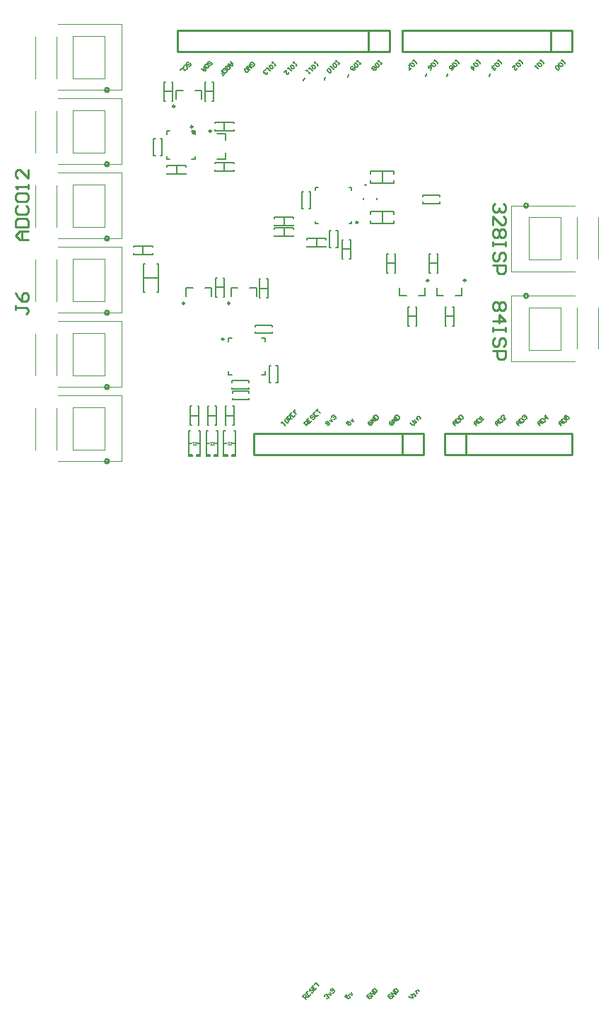
<source format=gto>
G04 Layer_Color=65535*
%FSLAX25Y25*%
%MOIN*%
G70*
G01*
G75*
%ADD42C,0.01000*%
%ADD43C,0.00984*%
%ADD44C,0.00787*%
%ADD45C,0.00200*%
%ADD46C,0.00591*%
%ADD47C,0.00394*%
%ADD48C,0.00500*%
G36*
X77193Y156118D02*
X76406D01*
X75618Y156905D01*
Y157693D01*
X77193D01*
Y156118D01*
D02*
G37*
D42*
X234301Y80000D02*
G03*
X234301Y80000I-1000J0D01*
G01*
Y122500D02*
G03*
X234301Y122500I-1000J0D01*
G01*
X36699Y107000D02*
G03*
X36699Y107000I-1000J0D01*
G01*
Y72000D02*
G03*
X36699Y72000I-1000J0D01*
G01*
Y37000D02*
G03*
X36699Y37000I-1000J0D01*
G01*
Y2000D02*
G03*
X36699Y2000I-1000J0D01*
G01*
Y142000D02*
G03*
X36699Y142000I-1000J0D01*
G01*
Y177000D02*
G03*
X36699Y177000I-1000J0D01*
G01*
X255000Y195000D02*
Y205000D01*
X175000Y195000D02*
X255000D01*
X175000D02*
Y205000D01*
X255000D01*
X245000Y195000D02*
Y205000D01*
X195000Y5000D02*
Y10000D01*
Y5000D02*
X205000D01*
Y15000D01*
X255000D01*
Y5000D02*
Y15000D01*
X205000Y5000D02*
X255000D01*
X195000Y15000D02*
X205000D01*
X195000Y10000D02*
Y15000D01*
X159000Y205000D02*
X169000D01*
X69000Y195000D02*
X159000D01*
X69000D02*
Y205000D01*
X159000D01*
Y195000D02*
Y205000D01*
Y195000D02*
X169000D01*
Y205000D01*
X175000Y5000D02*
Y15000D01*
X105000D02*
X185000D01*
X105000Y5000D02*
Y15000D01*
Y5000D02*
X185000D01*
Y15000D01*
X222498Y77000D02*
X223498Y76000D01*
Y74001D01*
X222498Y73001D01*
X221499D01*
X220499Y74001D01*
X219499Y73001D01*
X218500D01*
X217500Y74001D01*
Y76000D01*
X218500Y77000D01*
X219499D01*
X220499Y76000D01*
X221499Y77000D01*
X222498D01*
X220499Y76000D02*
Y74001D01*
X217500Y68003D02*
X223498D01*
X220499Y71002D01*
Y67003D01*
X223498Y65004D02*
Y63004D01*
Y64004D01*
X217500D01*
Y65004D01*
Y63004D01*
X222498Y56007D02*
X223498Y57007D01*
Y59006D01*
X222498Y60005D01*
X221499D01*
X220499Y59006D01*
Y57007D01*
X219499Y56007D01*
X218500D01*
X217500Y57007D01*
Y59006D01*
X218500Y60005D01*
X217500Y54007D02*
X223498D01*
Y51008D01*
X222498Y50009D01*
X220499D01*
X219499Y51008D01*
Y54007D01*
X222498Y123500D02*
X223498Y122500D01*
Y120501D01*
X222498Y119501D01*
X221499D01*
X220499Y120501D01*
Y121501D01*
Y120501D01*
X219499Y119501D01*
X218500D01*
X217500Y120501D01*
Y122500D01*
X218500Y123500D01*
X217500Y113503D02*
Y117502D01*
X221499Y113503D01*
X222498D01*
X223498Y114503D01*
Y116502D01*
X222498Y117502D01*
Y111504D02*
X223498Y110504D01*
Y108505D01*
X222498Y107505D01*
X221499D01*
X220499Y108505D01*
X219499Y107505D01*
X218500D01*
X217500Y108505D01*
Y110504D01*
X218500Y111504D01*
X219499D01*
X220499Y110504D01*
X221499Y111504D01*
X222498D01*
X220499Y110504D02*
Y108505D01*
X223498Y105506D02*
Y103507D01*
Y104506D01*
X217500D01*
Y105506D01*
Y103507D01*
X222498Y96509D02*
X223498Y97508D01*
Y99508D01*
X222498Y100507D01*
X221499D01*
X220499Y99508D01*
Y97508D01*
X219499Y96509D01*
X218500D01*
X217500Y97508D01*
Y99508D01*
X218500Y100507D01*
X217500Y94509D02*
X223498D01*
Y91510D01*
X222498Y90511D01*
X220499D01*
X219499Y91510D01*
Y94509D01*
X-1351Y106450D02*
X-5350D01*
X-7349Y108449D01*
X-5350Y110449D01*
X-1351D01*
X-4350D01*
Y106450D01*
X-7349Y112448D02*
X-1351D01*
Y115447D01*
X-2351Y116447D01*
X-6349D01*
X-7349Y115447D01*
Y112448D01*
X-6349Y122445D02*
X-7349Y121445D01*
Y119446D01*
X-6349Y118446D01*
X-2351D01*
X-1351Y119446D01*
Y121445D01*
X-2351Y122445D01*
X-6349Y124444D02*
X-7349Y125444D01*
Y127443D01*
X-6349Y128443D01*
X-2351D01*
X-1351Y127443D01*
Y125444D01*
X-2351Y124444D01*
X-6349D01*
X-1351Y130442D02*
Y132442D01*
Y131442D01*
X-7349D01*
X-6349Y130442D01*
X-1351Y139439D02*
Y135441D01*
X-5350Y139439D01*
X-6349D01*
X-7349Y138440D01*
Y136440D01*
X-6349Y135441D01*
X-7349Y75449D02*
Y73449D01*
Y74449D01*
X-2351D01*
X-1351Y73449D01*
Y72450D01*
X-2351Y71450D01*
X-7349Y81447D02*
X-6349Y79447D01*
X-4350Y77448D01*
X-2351D01*
X-1351Y78448D01*
Y80447D01*
X-2351Y81447D01*
X-3350D01*
X-4350Y80447D01*
Y77448D01*
D43*
X67647Y169312D02*
G03*
X67647Y169312I-492J0D01*
G01*
X204834Y87209D02*
G03*
X204834Y87209I-492J0D01*
G01*
X187334D02*
G03*
X187334Y87209I-492J0D01*
G01*
X93547Y76472D02*
G03*
X93547Y76472I-492J0D01*
G01*
X76110Y159661D02*
G03*
X76110Y159661I-492J0D01*
G01*
X90772Y59543D02*
G03*
X90772Y59543I-492J0D01*
G01*
X154016Y114626D02*
G03*
X154016Y114626I-492J0D01*
G01*
X72307Y76472D02*
G03*
X72307Y76472I-492J0D01*
G01*
X84804Y157585D02*
G03*
X84804Y157585I-492J0D01*
G01*
D44*
X157953Y132291D02*
G03*
X157953Y132291I-394J0D01*
G01*
X75618Y157693D02*
G03*
X77193Y156118I1575J0D01*
G01*
X77194Y176595D02*
X80246D01*
Y172658D02*
Y176595D01*
X68435D02*
X71486D01*
X68435Y172658D02*
Y176595D01*
X191252Y79925D02*
X194303D01*
X191252D02*
Y83862D01*
X200011Y79925D02*
X203063D01*
Y83862D01*
X173752Y79925D02*
X176803D01*
X173752D02*
Y83862D01*
X182511Y79925D02*
X185563D01*
Y83862D01*
X103094Y83756D02*
X106146D01*
Y79819D02*
Y83756D01*
X94335D02*
X97386D01*
X94335Y79819D02*
Y83756D01*
X75618Y144307D02*
X77193D01*
Y145882D01*
X63807Y144307D02*
Y145882D01*
Y144307D02*
X65382D01*
X63807Y157693D02*
X65382D01*
X63807Y156118D02*
Y157693D01*
X75618D02*
X77193D01*
Y156118D02*
Y157693D01*
X92839Y42811D02*
X94512D01*
X92839D02*
Y44484D01*
X108488Y42811D02*
X110161D01*
Y44484D01*
Y58461D02*
Y60134D01*
X108488D02*
X110161D01*
X92839D02*
X94512D01*
X92839Y58461D02*
Y60134D01*
X149882Y130965D02*
X150965D01*
Y129882D02*
Y130965D01*
X134035D02*
X135118D01*
X134035Y129882D02*
Y130965D01*
Y114035D02*
Y115118D01*
Y114035D02*
X135118D01*
X149882D02*
X150965D01*
Y115118D01*
X81854Y83756D02*
X84905D01*
Y79819D02*
Y83756D01*
X73094D02*
X76146D01*
X73094Y79819D02*
Y83756D01*
X91595Y144494D02*
Y147546D01*
X87658Y144494D02*
X91595D01*
Y153254D02*
Y156306D01*
X87658D02*
X91595D01*
D45*
X234500Y54500D02*
Y74500D01*
X249500Y54500D02*
Y74500D01*
X234500Y54500D02*
X249500D01*
X234500Y74500D02*
X249500D01*
X267201Y55000D02*
Y74500D01*
X257201Y55000D02*
Y74500D01*
X226301Y80000D02*
X256301D01*
X226301Y49000D02*
Y80000D01*
Y49000D02*
X256301D01*
X234500Y97000D02*
Y117000D01*
X249500Y97000D02*
Y117000D01*
X234500Y97000D02*
X249500D01*
X234500Y117000D02*
X249500D01*
X267201Y97500D02*
Y117000D01*
X257201Y97500D02*
Y117000D01*
X226301Y122500D02*
X256301D01*
X226301Y91500D02*
Y122500D01*
Y91500D02*
X256301D01*
X34500Y112500D02*
Y132500D01*
X19500Y112500D02*
Y132500D01*
X34500D01*
X19500Y112500D02*
X34500D01*
X1799D02*
Y132000D01*
X11799Y112500D02*
Y132000D01*
X12699Y107000D02*
X42699D01*
Y138000D01*
X12699D02*
X42699D01*
X34500Y77500D02*
Y97500D01*
X19500Y77500D02*
Y97500D01*
X34500D01*
X19500Y77500D02*
X34500D01*
X1799D02*
Y97000D01*
X11799Y77500D02*
Y97000D01*
X12699Y72000D02*
X42699D01*
Y103000D01*
X12699D02*
X42699D01*
X34500Y42500D02*
Y62500D01*
X19500Y42500D02*
Y62500D01*
X34500D01*
X19500Y42500D02*
X34500D01*
X1799D02*
Y62000D01*
X11799Y42500D02*
Y62000D01*
X12699Y37000D02*
X42699D01*
Y68000D01*
X12699D02*
X42699D01*
X34500Y7500D02*
Y27500D01*
X19500Y7500D02*
Y27500D01*
X34500D01*
X19500Y7500D02*
X34500D01*
X1799D02*
Y27000D01*
X11799Y7500D02*
Y27000D01*
X12699Y2000D02*
X42699D01*
Y33000D01*
X12699D02*
X42699D01*
X34500Y147500D02*
Y167500D01*
X19500Y147500D02*
Y167500D01*
X34500D01*
X19500Y147500D02*
X34500D01*
X1799D02*
Y167000D01*
X11799Y147500D02*
Y167000D01*
X12699Y142000D02*
X42699D01*
Y173000D01*
X12699D02*
X42699D01*
X34500Y182500D02*
Y202500D01*
X19500Y182500D02*
Y202500D01*
X34500D01*
X19500Y182500D02*
X34500D01*
X1799D02*
Y202000D01*
X11799Y182500D02*
Y202000D01*
X12699Y177000D02*
X42699D01*
Y208000D01*
X12699D02*
X42699D01*
D46*
X86500Y138862D02*
Y139362D01*
Y138862D02*
X95500D01*
Y139362D01*
Y142362D02*
Y142862D01*
X86500D02*
X95500D01*
X86500Y142362D02*
Y142862D01*
X91000Y138862D02*
Y142862D01*
X86750Y19000D02*
X87250D01*
Y28000D01*
X86750D02*
X87250D01*
X83250D02*
X83750D01*
X83250Y19000D02*
Y28000D01*
Y19000D02*
X83750D01*
X83250Y23500D02*
X87250D01*
X78500Y19000D02*
X79000D01*
Y28000D01*
X78500D02*
X79000D01*
X75000D02*
X75500D01*
X75000Y19000D02*
Y28000D01*
Y19000D02*
X75500D01*
X75000Y23500D02*
X79000D01*
X62700Y180800D02*
X63200D01*
X62700Y171800D02*
Y180800D01*
Y171800D02*
X63200D01*
X66200D02*
X66700D01*
Y180800D01*
X66200D02*
X66700D01*
X62700Y176300D02*
X66700D01*
X85400Y171800D02*
X85900D01*
Y180800D01*
X85400D02*
X85900D01*
X81900D02*
X82400D01*
X81900Y171800D02*
Y180800D01*
Y171800D02*
X82400D01*
X81900Y176300D02*
X85900D01*
X130000Y102980D02*
Y103480D01*
Y102980D02*
X139000D01*
Y103480D01*
Y106480D02*
Y106980D01*
X130000D02*
X139000D01*
X130000Y106480D02*
Y106980D01*
X134500Y102980D02*
Y106980D01*
X57264Y103000D02*
Y103500D01*
X48264D02*
X57264D01*
X48264Y103000D02*
Y103500D01*
Y99500D02*
Y100000D01*
Y99500D02*
X57264D01*
Y100000D01*
X52764Y99500D02*
Y103500D01*
X73000Y140862D02*
Y141362D01*
X64000D02*
X73000D01*
X64000Y140862D02*
Y141362D01*
Y137362D02*
Y137862D01*
Y137362D02*
X73000D01*
Y137862D01*
X68500Y137362D02*
Y141362D01*
X146500Y106500D02*
X147000D01*
X146500Y97500D02*
Y106500D01*
Y97500D02*
X147000D01*
X150000D02*
X150500D01*
Y106500D01*
X150000D02*
X150500D01*
X146500Y102000D02*
X150500D01*
X195157Y74917D02*
X195657D01*
X195157Y65917D02*
Y74917D01*
Y65917D02*
X195657D01*
X198657D02*
X199157D01*
Y74917D01*
X198657D02*
X199157D01*
X195157Y70417D02*
X199157D01*
X177657Y74917D02*
X178157D01*
X177657Y65917D02*
Y74917D01*
Y65917D02*
X178157D01*
X181157D02*
X181657D01*
Y74917D01*
X181157D02*
X181657D01*
X177657Y70417D02*
X181657D01*
X191157Y90917D02*
X191657D01*
Y99917D01*
X191157D02*
X191657D01*
X187657D02*
X188157D01*
X187657Y90917D02*
Y99917D01*
Y90917D02*
X188157D01*
X187657Y95417D02*
X191657D01*
X171157Y90917D02*
X171657D01*
Y99917D01*
X171157D02*
X171657D01*
X167657D02*
X168157D01*
X167657Y90917D02*
Y99917D01*
Y90917D02*
X168157D01*
X167657Y95417D02*
X171657D01*
X140532Y110650D02*
X141319D01*
X140532Y102776D02*
Y110650D01*
Y102776D02*
X141319D01*
X143681D02*
X144468D01*
Y110650D01*
X143681D02*
X144468D01*
X52957Y88500D02*
X60043D01*
X52957Y81807D02*
X53744D01*
X52957D02*
Y95193D01*
X53744D01*
X59256Y81807D02*
X60043D01*
Y95193D01*
X59256D02*
X60043D01*
X57731Y154005D02*
X58519D01*
X57731Y146131D02*
Y154005D01*
Y146131D02*
X58519D01*
X60881D02*
X61668D01*
Y154005D01*
X60881D02*
X61668D01*
X159988Y114224D02*
Y115405D01*
Y114224D02*
X171012D01*
Y115405D01*
Y118555D02*
Y119736D01*
X159988D02*
X171012D01*
X159988Y118555D02*
Y119736D01*
X165500Y114224D02*
Y119736D01*
X171012Y137555D02*
Y138736D01*
X159988D02*
X171012D01*
X159988Y137555D02*
Y138736D01*
Y133224D02*
Y134406D01*
Y133224D02*
X171012D01*
Y134406D01*
X165500Y133224D02*
Y138736D01*
X184563Y123531D02*
Y124319D01*
Y123531D02*
X192437D01*
Y124319D01*
Y126681D02*
Y127469D01*
X184563D02*
X192437D01*
X184563Y126681D02*
Y127469D01*
X127631Y128950D02*
X128419D01*
X127631Y121076D02*
Y128950D01*
Y121076D02*
X128419D01*
X130781D02*
X131569D01*
Y128950D01*
X130781D02*
X131569D01*
X86628Y10500D02*
X88006D01*
X82494D02*
X83872D01*
X82494Y16500D02*
X83250D01*
X82494Y4594D02*
Y16500D01*
Y5000D02*
X84250D01*
X86250D02*
X88006D01*
Y4594D02*
Y16500D01*
X87250D02*
X88006D01*
X82494Y4500D02*
Y5000D01*
Y4500D02*
X84250D01*
Y5000D01*
X88006Y4500D02*
Y5000D01*
X86250Y4500D02*
X88006D01*
X86250D02*
Y5000D01*
X78378Y10500D02*
X79756D01*
X74244D02*
X75622D01*
X74244Y16500D02*
X75000D01*
X74244Y4594D02*
Y16500D01*
Y5000D02*
X76000D01*
X78000D02*
X79756D01*
Y4594D02*
Y16500D01*
X79000D02*
X79756D01*
X74244Y4500D02*
Y5000D01*
Y4500D02*
X76000D01*
Y5000D01*
X79756Y4500D02*
Y5000D01*
X78000Y4500D02*
X79756D01*
X78000D02*
Y5000D01*
X90500Y79472D02*
X91000D01*
Y88472D01*
X90500D02*
X91000D01*
X87000D02*
X87500D01*
X87000Y79472D02*
Y88472D01*
Y79472D02*
X87500D01*
X87000Y83972D02*
X91000D01*
X111000Y78961D02*
X111500D01*
Y87961D01*
X111000D02*
X111500D01*
X107500D02*
X108000D01*
X107500Y78961D02*
Y87961D01*
Y78961D02*
X108000D01*
X107500Y83461D02*
X111500D01*
X105695Y65453D02*
Y66241D01*
X113569D01*
Y65453D02*
Y66241D01*
Y62304D02*
Y63091D01*
X105695Y62304D02*
X113569D01*
X105695D02*
Y63091D01*
X112232Y39135D02*
X113019D01*
X112232D02*
Y47009D01*
X113019D01*
X115381D02*
X116168D01*
Y39135D02*
Y47009D01*
X115381Y39135D02*
X116168D01*
X102437Y36004D02*
Y36791D01*
X94563Y36004D02*
X102437D01*
X94563D02*
Y36791D01*
Y39154D02*
Y39941D01*
X102437D01*
Y39154D02*
Y39941D01*
X94795Y34181D02*
Y34969D01*
X102669D01*
Y34181D02*
Y34969D01*
Y31032D02*
Y31819D01*
X94795Y31032D02*
X102669D01*
X94795D02*
Y31819D01*
X119236Y107980D02*
Y111980D01*
X123736Y107980D02*
Y108480D01*
X114736Y107980D02*
X123736D01*
X114736D02*
Y108480D01*
Y111480D02*
Y111980D01*
X123736D01*
Y111480D02*
Y111980D01*
X119236Y112980D02*
Y116980D01*
X123736Y112980D02*
Y113480D01*
X114736Y112980D02*
X123736D01*
X114736D02*
Y113480D01*
Y116480D02*
Y116980D01*
X123736D01*
Y116480D02*
Y116980D01*
X94500Y4500D02*
Y5000D01*
Y4500D02*
X96256D01*
Y5000D01*
X92500Y4500D02*
Y5000D01*
X90744Y4500D02*
X92500D01*
X90744D02*
Y5000D01*
X95500Y16500D02*
X96256D01*
Y4594D02*
Y16500D01*
X94500Y5000D02*
X96256D01*
X90744D02*
X92500D01*
X90744Y4594D02*
Y16500D01*
X91500D01*
X90744Y10500D02*
X92122D01*
X94878D02*
X96256D01*
X95500Y161362D02*
Y161862D01*
X86500D02*
X95500D01*
X86500Y161362D02*
Y161862D01*
Y157862D02*
Y158362D01*
Y157862D02*
X95500D01*
Y158362D01*
X91000Y157862D02*
Y161862D01*
X91500Y23500D02*
X95500D01*
X91500Y19000D02*
X92000D01*
X91500D02*
Y28000D01*
X92000D01*
X95000D02*
X95500D01*
Y19000D02*
Y28000D01*
X95000Y19000D02*
X95500D01*
D47*
X84266Y11189D02*
X85250Y9811D01*
X84266Y11189D02*
X85250D01*
X84364Y9811D02*
X85250D01*
X86136D01*
X85250Y11189D02*
X86234D01*
X85250Y9811D02*
X86234Y11189D01*
X76016D02*
X77000Y9811D01*
X76016Y11189D02*
X77000D01*
X76114Y9811D02*
X77000D01*
X77886D01*
X77000Y11189D02*
X77984D01*
X77000Y9811D02*
X77984Y11189D01*
X93500Y9811D02*
X94484Y11189D01*
X93500D02*
X94484D01*
X93500Y9811D02*
X94386D01*
X92614D02*
X93500D01*
X92516Y11189D02*
X93500D01*
X92516D02*
X93500Y9811D01*
D48*
X156575Y125402D02*
Y126189D01*
X162874Y125402D02*
Y126189D01*
X74236Y188172D02*
X74707D01*
X75178Y188644D01*
X75178Y189115D01*
X74942Y189350D01*
X74471Y189350D01*
X74000Y188879D01*
X73529Y188879D01*
X73293Y189115D01*
X73293Y189586D01*
X73764Y190057D01*
X74236D01*
X72822Y186758D02*
X73293D01*
X73764Y187230D01*
X73764Y187701D01*
X72822Y188644D01*
X72351D01*
X71879Y188172D01*
Y187701D01*
X72586Y186052D02*
X71172Y187465D01*
X70230Y186523D01*
X84236Y188672D02*
X84707D01*
X85178Y189144D01*
X85178Y189615D01*
X84943Y189850D01*
X84471Y189850D01*
X84000Y189379D01*
X83529Y189379D01*
X83293Y189615D01*
X83293Y190086D01*
X83764Y190557D01*
X84236D01*
X84000Y187965D02*
X82586Y189379D01*
X81879Y188672D01*
Y188201D01*
X82822Y187259D01*
X83293D01*
X84000Y187965D01*
X81173D02*
X82115Y187023D01*
Y186080D01*
X81173D01*
X80230Y187023D01*
X80937Y186316D01*
X81879Y187259D01*
X118086Y20121D02*
X118558Y20592D01*
X118322Y20357D01*
X119736Y18943D01*
X119500Y18707D01*
X119971Y19178D01*
X119971Y22006D02*
X119500Y21535D01*
X119500Y21063D01*
X120442Y20121D01*
X120914D01*
X121385Y20592D01*
Y21063D01*
X120442Y22006D01*
X119971D01*
X122092Y21299D02*
X120678Y22713D01*
X121385Y23420D01*
X121856D01*
X122327Y22948D01*
Y22477D01*
X121621Y21770D01*
X122092Y22242D02*
X123034D01*
Y25069D02*
X122092Y24126D01*
X123506Y22713D01*
X124448Y23655D01*
X122799Y23420D02*
X123270Y23891D01*
X124448Y26483D02*
X123506Y25540D01*
X124213Y24833D01*
X124684Y25305D01*
X124213Y24833D01*
X124919Y24126D01*
X129500Y-251500D02*
X128086Y-250086D01*
X128793Y-249379D01*
X129264D01*
X129736Y-249851D01*
X129736Y-250322D01*
X129029Y-251029D01*
X129500Y-250557D02*
X130443D01*
Y-247730D02*
X129500Y-248673D01*
X130914Y-250086D01*
X131856Y-249144D01*
X130207Y-249379D02*
X130678Y-248908D01*
X132092Y-246552D02*
X131621D01*
X131149Y-247023D01*
Y-247494D01*
X131385Y-247730D01*
X131856Y-247730D01*
X132327Y-247259D01*
X132799Y-247259D01*
X133034Y-247494D01*
X133034Y-247966D01*
X132563Y-248437D01*
X132092D01*
X133270Y-244902D02*
X132327Y-245845D01*
X133741Y-247259D01*
X134684Y-246316D01*
X133034Y-246552D02*
X133506Y-246081D01*
X133741Y-244431D02*
X134684Y-243489D01*
X134213Y-243960D01*
X135626Y-245374D01*
X138322Y-250322D02*
X138322Y-249851D01*
X138793Y-249379D01*
X139264D01*
X139500Y-249615D01*
Y-250086D01*
X139264Y-250322D01*
X139500Y-250086D01*
X139971Y-250086D01*
X140207Y-250322D01*
X140207Y-250793D01*
X139736Y-251264D01*
X139264D01*
X139971Y-249144D02*
X141385Y-249615D01*
X140914Y-248201D01*
X141149Y-247494D02*
Y-247023D01*
X141621Y-246552D01*
X142092D01*
X142327Y-246788D01*
Y-247259D01*
X142092Y-247494D01*
X142327Y-247259D01*
X142799Y-247259D01*
X143034Y-247494D01*
X143034Y-247966D01*
X142563Y-248437D01*
X142092D01*
X149029Y-249144D02*
X148086Y-250086D01*
X148793Y-250793D01*
X149029Y-250086D01*
X149264Y-249851D01*
X149736D01*
X150207Y-250322D01*
X150207Y-250793D01*
X149736Y-251264D01*
X149264D01*
X149971Y-249144D02*
X151385Y-249615D01*
X150914Y-248201D01*
X159264Y-249379D02*
X158793D01*
X158322Y-249851D01*
X158322Y-250322D01*
X159264Y-251264D01*
X159736D01*
X160207Y-250793D01*
X160207Y-250322D01*
X159736Y-249851D01*
X159264Y-250322D01*
X160914Y-250086D02*
X159500Y-248673D01*
X161856Y-249144D01*
X160442Y-247730D01*
X160914Y-247259D02*
X162328Y-248673D01*
X163034Y-247966D01*
X163034Y-247494D01*
X162092Y-246552D01*
X161621D01*
X160914Y-247259D01*
X169264Y-249379D02*
X168793D01*
X168322Y-249851D01*
X168322Y-250322D01*
X169264Y-251264D01*
X169736D01*
X170207Y-250793D01*
X170207Y-250322D01*
X169736Y-249851D01*
X169264Y-250322D01*
X170914Y-250086D02*
X169500Y-248673D01*
X171856Y-249144D01*
X170442Y-247730D01*
X170914Y-247259D02*
X172327Y-248673D01*
X173034Y-247966D01*
X173034Y-247494D01*
X172092Y-246552D01*
X171621D01*
X170914Y-247259D01*
X178086Y-250086D02*
X179029Y-251029D01*
X179971D01*
Y-250086D01*
X179029Y-249144D01*
X180914Y-250086D02*
X181385Y-249615D01*
X181149Y-249851D01*
X180207Y-248908D01*
X179971Y-249144D01*
X182092Y-248908D02*
X181149Y-247966D01*
X181856Y-247259D01*
X182327D01*
X183034Y-247966D01*
X130000Y18707D02*
X128586Y20121D01*
X129293Y20828D01*
X129764D01*
X130236Y20357D01*
X130236Y19885D01*
X129529Y19178D01*
X130000Y19650D02*
X130942D01*
Y22477D02*
X130000Y21535D01*
X131414Y20121D01*
X132356Y21063D01*
X130707Y20828D02*
X131178Y21299D01*
X132592Y23655D02*
X132121D01*
X131649Y23184D01*
Y22713D01*
X131885Y22477D01*
X132356Y22477D01*
X132827Y22948D01*
X133299Y22948D01*
X133534Y22713D01*
X133534Y22242D01*
X133063Y21770D01*
X132592D01*
X133770Y25305D02*
X132827Y24362D01*
X134241Y22948D01*
X135184Y23891D01*
X133534Y23655D02*
X134006Y24126D01*
X134241Y25776D02*
X135184Y26718D01*
X134713Y26247D01*
X136126Y24833D01*
X138822Y19885D02*
X138822Y20357D01*
X139293Y20828D01*
X139764D01*
X140000Y20592D01*
Y20121D01*
X139764Y19885D01*
X140000Y20121D01*
X140471Y20121D01*
X140707Y19885D01*
X140707Y19414D01*
X140236Y18943D01*
X139764D01*
X140471Y21063D02*
X141885Y20592D01*
X141414Y22006D01*
X141649Y22713D02*
Y23184D01*
X142121Y23655D01*
X142592D01*
X142827Y23420D01*
Y22948D01*
X142592Y22713D01*
X142827Y22948D01*
X143299Y22948D01*
X143534Y22713D01*
X143534Y22242D01*
X143063Y21770D01*
X142592D01*
X149529Y21063D02*
X148586Y20121D01*
X149293Y19414D01*
X149529Y20121D01*
X149764Y20357D01*
X150236D01*
X150707Y19885D01*
X150707Y19414D01*
X150236Y18943D01*
X149764D01*
X150471Y21063D02*
X151885Y20592D01*
X151414Y22006D01*
X159764Y20828D02*
X159293D01*
X158822Y20357D01*
X158822Y19885D01*
X159764Y18943D01*
X160236D01*
X160707Y19414D01*
X160707Y19885D01*
X160236Y20357D01*
X159764Y19885D01*
X161414Y20121D02*
X160000Y21535D01*
X162356Y21063D01*
X160942Y22477D01*
X161414Y22948D02*
X162828Y21535D01*
X163534Y22242D01*
X163534Y22713D01*
X162592Y23655D01*
X162121D01*
X161414Y22948D01*
X169764Y20828D02*
X169293D01*
X168822Y20357D01*
X168822Y19885D01*
X169764Y18943D01*
X170236D01*
X170707Y19414D01*
X170707Y19885D01*
X170236Y20357D01*
X169764Y19885D01*
X171414Y20121D02*
X170000Y21535D01*
X172356Y21063D01*
X170942Y22477D01*
X171414Y22948D02*
X172827Y21535D01*
X173534Y22242D01*
X173534Y22713D01*
X172592Y23655D01*
X172121D01*
X171414Y22948D01*
X178586Y20121D02*
X179529Y19178D01*
X180471D01*
Y20121D01*
X179529Y21063D01*
X181414Y20121D02*
X181885Y20592D01*
X181649Y20357D01*
X180707Y21299D01*
X180471Y21063D01*
X182592Y21299D02*
X181649Y22242D01*
X182356Y22948D01*
X182827D01*
X183534Y22242D01*
X200000Y18707D02*
X199057Y19650D01*
Y20592D01*
X200000D01*
X200942Y19650D01*
X200236Y20357D01*
X199293Y19414D01*
X200000Y21535D02*
X201414Y20121D01*
X202121Y20828D01*
Y21299D01*
X201178Y22242D01*
X200707D01*
X200000Y21535D01*
X201649Y22713D02*
Y23184D01*
X202121Y23655D01*
X202592D01*
X203534Y22713D01*
X203534Y22242D01*
X203063Y21770D01*
X202592D01*
X201649Y22713D01*
X210000Y18707D02*
X209057Y19650D01*
Y20592D01*
X210000D01*
X210943Y19650D01*
X210236Y20357D01*
X209293Y19414D01*
X210000Y21535D02*
X211414Y20121D01*
X212121Y20828D01*
Y21299D01*
X211178Y22242D01*
X210707D01*
X210000Y21535D01*
X212827D02*
X213299Y22006D01*
X213063Y21770D01*
X211649Y23184D01*
Y22713D01*
X220000Y18707D02*
X219057Y19650D01*
Y20592D01*
X220000D01*
X220942Y19650D01*
X220236Y20357D01*
X219293Y19414D01*
X220000Y21535D02*
X221414Y20121D01*
X222121Y20828D01*
Y21299D01*
X221178Y22242D01*
X220707D01*
X220000Y21535D01*
X223770Y22477D02*
X222828Y21535D01*
Y23420D01*
X222592Y23655D01*
X222121D01*
X221649Y23184D01*
Y22713D01*
X230000Y18707D02*
X229058Y19650D01*
Y20592D01*
X230000D01*
X230943Y19650D01*
X230236Y20357D01*
X229293Y19414D01*
X230000Y21535D02*
X231414Y20121D01*
X232121Y20828D01*
Y21299D01*
X231178Y22242D01*
X230707D01*
X230000Y21535D01*
X231649Y22713D02*
Y23184D01*
X232121Y23655D01*
X232592D01*
X232827Y23420D01*
Y22948D01*
X232592Y22713D01*
X232827Y22948D01*
X233299Y22948D01*
X233534Y22713D01*
X233534Y22242D01*
X233063Y21770D01*
X232592D01*
X240000Y18707D02*
X239057Y19650D01*
Y20592D01*
X240000D01*
X240943Y19650D01*
X240236Y20357D01*
X239293Y19414D01*
X240000Y21535D02*
X241414Y20121D01*
X242121Y20828D01*
Y21299D01*
X241178Y22242D01*
X240707D01*
X240000Y21535D01*
X243534Y22242D02*
X242121Y23655D01*
Y22242D01*
X243063Y23184D01*
X250000Y18707D02*
X249058Y19650D01*
Y20592D01*
X250000D01*
X250942Y19650D01*
X250236Y20357D01*
X249293Y19414D01*
X250000Y21535D02*
X251414Y20121D01*
X252121Y20828D01*
Y21299D01*
X251178Y22242D01*
X250707D01*
X250000Y21535D01*
X252356Y23891D02*
X251414Y22948D01*
X252121Y22242D01*
X252356Y22948D01*
X252592Y23184D01*
X253063D01*
X253534Y22713D01*
X253534Y22242D01*
X253063Y21770D01*
X252592D01*
X251914Y189879D02*
X251443Y189408D01*
X251678Y189644D01*
X250264Y191057D01*
X250500Y191293D01*
X250029Y190822D01*
X250029Y187994D02*
X250500Y188465D01*
X250500Y188937D01*
X249557Y189879D01*
X249086D01*
X248615Y189408D01*
Y188937D01*
X249557Y187994D01*
X250029D01*
X249086Y187523D02*
X249086Y187052D01*
X248615Y186580D01*
X248144D01*
X247201Y187523D01*
X247201Y187994D01*
X247673Y188465D01*
X248144D01*
X249086Y187523D01*
X241914Y189879D02*
X241442Y189408D01*
X241678Y189644D01*
X240264Y191057D01*
X240500Y191293D01*
X240029Y190822D01*
X240029Y187994D02*
X240500Y188465D01*
X240500Y188937D01*
X239558Y189879D01*
X239086D01*
X238615Y189408D01*
Y188937D01*
X239558Y187994D01*
X240029D01*
X237908Y188701D02*
X237437Y188230D01*
X237672Y188465D01*
X239086Y187052D01*
X239086Y187523D01*
X231914Y189879D02*
X231442Y189408D01*
X231678Y189644D01*
X230264Y191057D01*
X230500Y191293D01*
X230029Y190822D01*
X230029Y187994D02*
X230500Y188465D01*
X230500Y188937D01*
X229557Y189879D01*
X229086D01*
X228615Y189408D01*
Y188937D01*
X229557Y187994D01*
X230029D01*
X226966Y187759D02*
X227908Y188701D01*
Y186816D01*
X228144Y186580D01*
X228615D01*
X229086Y187052D01*
X229086Y187523D01*
X221914Y189879D02*
X221443Y189408D01*
X221678Y189644D01*
X220264Y191057D01*
X220500Y191293D01*
X220029Y190822D01*
X220029Y187994D02*
X220500Y188465D01*
X220500Y188937D01*
X219557Y189879D01*
X219086D01*
X218615Y189408D01*
Y188937D01*
X219557Y187994D01*
X220029D01*
X219086Y187523D02*
X219086Y187052D01*
X218615Y186580D01*
X218144D01*
X217908Y186816D01*
Y187287D01*
X218144Y187523D01*
X217908Y187287D01*
X217437Y187287D01*
X217201Y187523D01*
X217201Y187994D01*
X217672Y188465D01*
X218144D01*
X216259Y184695D02*
X216259Y184224D01*
X215788Y183753D01*
X215788Y183282D01*
X211914Y189879D02*
X211442Y189408D01*
X211678Y189644D01*
X210264Y191057D01*
X210500Y191293D01*
X210029Y190822D01*
X210029Y187994D02*
X210500Y188465D01*
X210500Y188937D01*
X209558Y189879D01*
X209086D01*
X208615Y189408D01*
Y188937D01*
X209558Y187994D01*
X210029D01*
X207201D02*
X208615Y186580D01*
Y187994D01*
X207673Y187052D01*
X201914Y189879D02*
X201443Y189408D01*
X201678Y189644D01*
X200264Y191057D01*
X200500Y191293D01*
X200029Y190822D01*
X200029Y187994D02*
X200500Y188465D01*
X200500Y188937D01*
X199557Y189879D01*
X199086D01*
X198615Y189408D01*
Y188937D01*
X199557Y187994D01*
X200029D01*
X198379Y186345D02*
X199322Y187287D01*
X198615Y187994D01*
X198379Y187287D01*
X198144Y187052D01*
X197672D01*
X197201Y187523D01*
X197201Y187994D01*
X197672Y188465D01*
X198144D01*
X196259Y184695D02*
X196259Y184224D01*
X195788Y183753D01*
X195788Y183282D01*
X191914Y189879D02*
X191443Y189408D01*
X191678Y189644D01*
X190264Y191057D01*
X190500Y191293D01*
X190029Y190822D01*
X190029Y187994D02*
X190500Y188465D01*
X190500Y188937D01*
X189558Y189879D01*
X189086D01*
X188615Y189408D01*
Y188937D01*
X189558Y187994D01*
X190029D01*
X188379Y186345D02*
X188615Y187052D01*
Y187994D01*
X188144Y188465D01*
X187672D01*
X187201Y187994D01*
X187201Y187523D01*
X187437Y187287D01*
X187908Y187287D01*
X188615Y187994D01*
X186259Y184695D02*
X186259Y184224D01*
X185787Y183753D01*
X185787Y183282D01*
X181914Y189879D02*
X181442Y189408D01*
X181678Y189644D01*
X180264Y191057D01*
X180500Y191293D01*
X180029Y190822D01*
X180029Y187994D02*
X180500Y188465D01*
X180500Y188937D01*
X179558Y189879D01*
X179086D01*
X178615Y189408D01*
Y188937D01*
X179558Y187994D01*
X180029D01*
X179322Y187287D02*
X178379Y186345D01*
X178144Y186580D01*
Y188465D01*
X177908Y188701D01*
X165414Y189586D02*
X164943Y189115D01*
X165178Y189351D01*
X163764Y190764D01*
X164000Y191000D01*
X163529Y190529D01*
X163529Y187701D02*
X164000Y188172D01*
X164000Y188644D01*
X163057Y189586D01*
X162586D01*
X162115Y189115D01*
Y188644D01*
X163057Y187701D01*
X163529D01*
X162586Y187230D02*
X162586Y186759D01*
X162115Y186287D01*
X161644D01*
X161408Y186523D01*
Y186994D01*
X160937Y186994D01*
X160701Y187230D01*
X160701Y187701D01*
X161172Y188172D01*
X161644D01*
X161879Y187937D01*
Y187466D01*
X162351Y187466D01*
X162586Y187230D01*
X161879Y187466D02*
X161408Y186994D01*
X155414Y189586D02*
X154943Y189115D01*
X155178Y189351D01*
X153764Y190764D01*
X154000Y191000D01*
X153529Y190529D01*
X153529Y187701D02*
X154000Y188172D01*
X154000Y188644D01*
X153058Y189586D01*
X152586D01*
X152115Y189115D01*
Y188644D01*
X153058Y187701D01*
X153529D01*
X151644Y188172D02*
X151172D01*
X150701Y187701D01*
X150701Y187230D01*
X151644Y186287D01*
X152115D01*
X152586Y186759D01*
X152586Y187230D01*
X152351Y187466D01*
X151879Y187466D01*
X151172Y186759D01*
X149759Y184403D02*
X149759Y183931D01*
X149287Y183460D01*
X149287Y182989D01*
X145414Y189586D02*
X144942Y189115D01*
X145178Y189351D01*
X143764Y190764D01*
X144000Y191000D01*
X143529Y190529D01*
X143529Y187701D02*
X144000Y188172D01*
X144000Y188644D01*
X143058Y189586D01*
X142586D01*
X142115Y189115D01*
Y188644D01*
X143058Y187701D01*
X143529D01*
X141408Y188408D02*
X140937Y187937D01*
X141173Y188172D01*
X142586Y186759D01*
X142586Y187230D01*
X141408Y186052D02*
Y185581D01*
X140937Y185109D01*
X140466D01*
X139523Y186052D01*
X139523Y186523D01*
X139994Y186994D01*
X140466D01*
X141408Y186052D01*
X138581Y183224D02*
X138581Y182753D01*
X138109Y182282D01*
X138109Y181811D01*
X135414Y188879D02*
X134942Y188408D01*
X135178Y188644D01*
X133764Y190057D01*
X134000Y190293D01*
X133529Y189822D01*
X133529Y186994D02*
X134000Y187465D01*
X134000Y187937D01*
X133057Y188879D01*
X132586D01*
X132115Y188408D01*
Y187937D01*
X133057Y186994D01*
X133529D01*
X131408Y187701D02*
X130937Y187230D01*
X131173Y187465D01*
X132586Y186052D01*
X132586Y186523D01*
X130230D02*
X129759Y186052D01*
X129994Y186287D01*
X131408Y184873D01*
Y185345D01*
X128816Y182753D02*
X128816Y182282D01*
X128345Y181810D01*
X128345Y181339D01*
X125414Y188879D02*
X124943Y188408D01*
X125178Y188644D01*
X123764Y190057D01*
X124000Y190293D01*
X123529Y189822D01*
X123529Y186994D02*
X124000Y187465D01*
X124000Y187937D01*
X123057Y188879D01*
X122586D01*
X122115Y188408D01*
Y187937D01*
X123057Y186994D01*
X123529D01*
X121408Y187701D02*
X120937Y187230D01*
X121172Y187465D01*
X122586Y186052D01*
X122586Y186523D01*
X119288Y185580D02*
X120230Y186523D01*
Y184638D01*
X120466Y184402D01*
X120937D01*
X121408Y184873D01*
Y185345D01*
X115414Y188879D02*
X114943Y188408D01*
X115178Y188644D01*
X113764Y190057D01*
X114000Y190293D01*
X113529Y189822D01*
X113529Y186994D02*
X114000Y187465D01*
X114000Y187937D01*
X113057Y188879D01*
X112586D01*
X112115Y188408D01*
Y187937D01*
X113057Y186994D01*
X113529D01*
X111408Y187701D02*
X110937Y187230D01*
X111172Y187465D01*
X112586Y186052D01*
X112586Y186523D01*
X111408Y185345D02*
Y184873D01*
X110937Y184402D01*
X110466D01*
X110230Y184638D01*
Y185109D01*
X110466Y185345D01*
X110230Y185109D01*
X109759Y185109D01*
X109523Y185345D01*
X109523Y185816D01*
X109994Y186287D01*
X110466D01*
X104236Y188172D02*
X104707D01*
X105178Y188644D01*
X105178Y189115D01*
X104236Y190057D01*
X103764D01*
X103293Y189586D01*
X103293Y189115D01*
X103764Y188644D01*
X104236Y189115D01*
X102586Y188879D02*
X104000Y187465D01*
X101644Y187937D01*
X103058Y186523D01*
X102586Y186052D02*
X101172Y187465D01*
X100466Y186758D01*
X100466Y186287D01*
X101408Y185345D01*
X101879D01*
X102586Y186052D01*
X94000Y190293D02*
X94942Y189350D01*
Y188408D01*
X94000D01*
X93058Y189350D01*
X93764Y188644D01*
X94707Y189586D01*
X92586Y188879D02*
X94000Y187465D01*
X93293Y186758D01*
X92822D01*
X92351Y187230D01*
Y187701D01*
X93058Y188408D01*
X92586Y187937D02*
X91644D01*
Y185109D02*
X92586Y186052D01*
X91172Y187465D01*
X90230Y186523D01*
X91879Y186758D02*
X91408Y186287D01*
X90230Y183695D02*
X91172Y184638D01*
X90466Y185345D01*
X89994Y184873D01*
X90466Y185345D01*
X89759Y186052D01*
M02*

</source>
